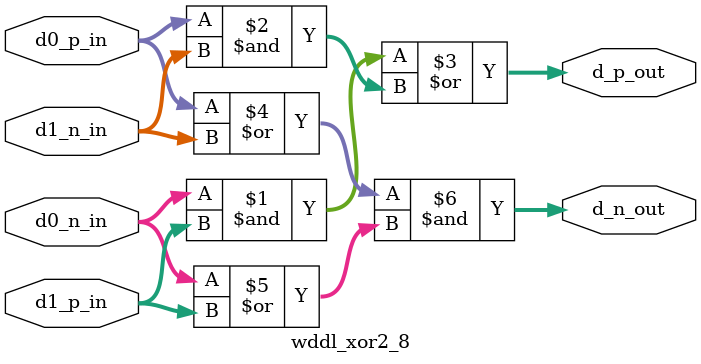
<source format=v>
module  wddl_xor2_8
(
 d0_p_in
,d0_n_in
,d1_p_in
,d1_n_in
,d_p_out
,d_n_out
);

input[7:0]   d0_p_in, d0_n_in;
input[7:0]   d1_p_in, d1_n_in;
output[7:0]   d_p_out, d_n_out;


assign  d_p_out = (d0_n_in & d1_p_in) | (d0_p_in & d1_n_in);
assign  d_n_out = (d0_p_in | d1_n_in) & (d0_n_in | d1_p_in);

endmodule


</source>
